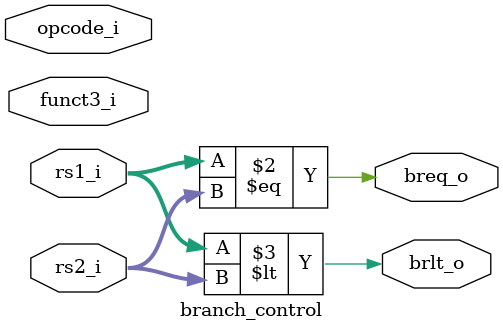
<source format=sv>
/*
 * Module: branch_control
 *
 * Description: Branch control logic. Only sets the branch control bits based on the
 * branch instruction
 *
 * Inputs:
 * 1) 7-bit instruction opcode opcode_i
 * 2) 3-bit funct3 funct3_i
 * 3) 32-bit rs1 data rs1_i
 * 4) 32-bit rs2 data rs2_i
 *
 * Outputs:
 * 1) 1-bit operands are equal signal breq_o
 * 2) 1-bit rs1 < rs2 signal brlt_o
 */

 module branch_control #(
    parameter int DWIDTH=32
)(
    // inputs
    input logic [6:0] opcode_i,
    input logic [2:0] funct3_i,
    input logic [DWIDTH-1:0] rs1_i,
    input logic [DWIDTH-1:0] rs2_i,
    // outputs
    output logic breq_o,
    output logic brlt_o
);

    /*
     * Process definitions to be filled by
     * student below...
     */
    always_comb begin
        breq_o = (rs1_i == rs2_i);
        brlt_o = ($signed(rs1_i) < $signed(rs2_i));
    end

endmodule : branch_control


</source>
